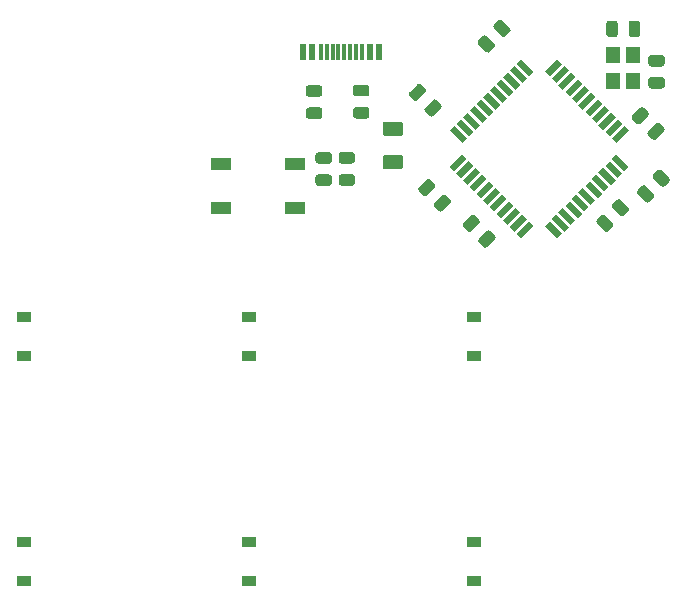
<source format=gbr>
%TF.GenerationSoftware,KiCad,Pcbnew,(5.1.6)-1*%
%TF.CreationDate,2020-07-11T20:12:46-04:00*%
%TF.ProjectId,4x5,3478352e-6b69-4636-9164-5f7063625858,rev?*%
%TF.SameCoordinates,Original*%
%TF.FileFunction,Paste,Top*%
%TF.FilePolarity,Positive*%
%FSLAX46Y46*%
G04 Gerber Fmt 4.6, Leading zero omitted, Abs format (unit mm)*
G04 Created by KiCad (PCBNEW (5.1.6)-1) date 2020-07-11 20:12:46*
%MOMM*%
%LPD*%
G01*
G04 APERTURE LIST*
%ADD10R,0.600000X1.450000*%
%ADD11R,0.300000X1.450000*%
%ADD12R,1.200000X0.900000*%
%ADD13C,0.100000*%
%ADD14R,1.200000X1.400000*%
%ADD15R,1.800000X1.100000*%
G04 APERTURE END LIST*
D10*
%TO.C,USB1*%
X203061100Y-87044600D03*
X209511100Y-87044600D03*
X203836100Y-87044600D03*
X208736100Y-87044600D03*
D11*
X208036100Y-87044600D03*
X204536100Y-87044600D03*
X207536100Y-87044600D03*
X205036100Y-87044600D03*
X207036100Y-87044600D03*
X205536100Y-87044600D03*
X206036100Y-87044600D03*
X206536100Y-87044600D03*
%TD*%
%TO.C,R6*%
G36*
G01*
X208418750Y-90831250D02*
X207506250Y-90831250D01*
G75*
G02*
X207262500Y-90587500I0J243750D01*
G01*
X207262500Y-90100000D01*
G75*
G02*
X207506250Y-89856250I243750J0D01*
G01*
X208418750Y-89856250D01*
G75*
G02*
X208662500Y-90100000I0J-243750D01*
G01*
X208662500Y-90587500D01*
G75*
G02*
X208418750Y-90831250I-243750J0D01*
G01*
G37*
G36*
G01*
X208418750Y-92706250D02*
X207506250Y-92706250D01*
G75*
G02*
X207262500Y-92462500I0J243750D01*
G01*
X207262500Y-91975000D01*
G75*
G02*
X207506250Y-91731250I243750J0D01*
G01*
X208418750Y-91731250D01*
G75*
G02*
X208662500Y-91975000I0J-243750D01*
G01*
X208662500Y-92462500D01*
G75*
G02*
X208418750Y-92706250I-243750J0D01*
G01*
G37*
%TD*%
%TO.C,R5*%
G36*
G01*
X204430950Y-90863000D02*
X203518450Y-90863000D01*
G75*
G02*
X203274700Y-90619250I0J243750D01*
G01*
X203274700Y-90131750D01*
G75*
G02*
X203518450Y-89888000I243750J0D01*
G01*
X204430950Y-89888000D01*
G75*
G02*
X204674700Y-90131750I0J-243750D01*
G01*
X204674700Y-90619250D01*
G75*
G02*
X204430950Y-90863000I-243750J0D01*
G01*
G37*
G36*
G01*
X204430950Y-92738000D02*
X203518450Y-92738000D01*
G75*
G02*
X203274700Y-92494250I0J243750D01*
G01*
X203274700Y-92006750D01*
G75*
G02*
X203518450Y-91763000I243750J0D01*
G01*
X204430950Y-91763000D01*
G75*
G02*
X204674700Y-92006750I0J-243750D01*
G01*
X204674700Y-92494250D01*
G75*
G02*
X204430950Y-92738000I-243750J0D01*
G01*
G37*
%TD*%
%TO.C,F1*%
G36*
G01*
X210029900Y-95758300D02*
X211279900Y-95758300D01*
G75*
G02*
X211529900Y-96008300I0J-250000D01*
G01*
X211529900Y-96758300D01*
G75*
G02*
X211279900Y-97008300I-250000J0D01*
G01*
X210029900Y-97008300D01*
G75*
G02*
X209779900Y-96758300I0J250000D01*
G01*
X209779900Y-96008300D01*
G75*
G02*
X210029900Y-95758300I250000J0D01*
G01*
G37*
G36*
G01*
X210029900Y-92958300D02*
X211279900Y-92958300D01*
G75*
G02*
X211529900Y-93208300I0J-250000D01*
G01*
X211529900Y-93958300D01*
G75*
G02*
X211279900Y-94208300I-250000J0D01*
G01*
X210029900Y-94208300D01*
G75*
G02*
X209779900Y-93958300I0J250000D01*
G01*
X209779900Y-93208300D01*
G75*
G02*
X210029900Y-92958300I250000J0D01*
G01*
G37*
%TD*%
D12*
%TO.C,D6*%
X217487500Y-128587500D03*
X217487500Y-131887500D03*
%TD*%
%TO.C,D5*%
X198437500Y-128587500D03*
X198437500Y-131887500D03*
%TD*%
%TO.C,D4*%
X179387500Y-128525000D03*
X179387500Y-131825000D03*
%TD*%
%TO.C,D3*%
X217487500Y-109475000D03*
X217487500Y-112775000D03*
%TD*%
%TO.C,D2*%
X198437500Y-109537500D03*
X198437500Y-112837500D03*
%TD*%
%TO.C,D1*%
X179387500Y-109537500D03*
X179387500Y-112837500D03*
%TD*%
D13*
%TO.C,U1*%
G36*
X222177544Y-101384152D02*
G01*
X222566452Y-101773060D01*
X221505792Y-102833720D01*
X221116884Y-102444812D01*
X222177544Y-101384152D01*
G37*
G36*
X221611859Y-100818466D02*
G01*
X222000767Y-101207374D01*
X220940107Y-102268034D01*
X220551199Y-101879126D01*
X221611859Y-100818466D01*
G37*
G36*
X221046174Y-100252781D02*
G01*
X221435082Y-100641689D01*
X220374422Y-101702349D01*
X219985514Y-101313441D01*
X221046174Y-100252781D01*
G37*
G36*
X220480488Y-99687096D02*
G01*
X220869396Y-100076004D01*
X219808736Y-101136664D01*
X219419828Y-100747756D01*
X220480488Y-99687096D01*
G37*
G36*
X219914803Y-99121410D02*
G01*
X220303711Y-99510318D01*
X219243051Y-100570978D01*
X218854143Y-100182070D01*
X219914803Y-99121410D01*
G37*
G36*
X219349117Y-98555725D02*
G01*
X219738025Y-98944633D01*
X218677365Y-100005293D01*
X218288457Y-99616385D01*
X219349117Y-98555725D01*
G37*
G36*
X218783432Y-97990039D02*
G01*
X219172340Y-98378947D01*
X218111680Y-99439607D01*
X217722772Y-99050699D01*
X218783432Y-97990039D01*
G37*
G36*
X218217746Y-97424354D02*
G01*
X218606654Y-97813262D01*
X217545994Y-98873922D01*
X217157086Y-98485014D01*
X218217746Y-97424354D01*
G37*
G36*
X217652061Y-96858668D02*
G01*
X218040969Y-97247576D01*
X216980309Y-98308236D01*
X216591401Y-97919328D01*
X217652061Y-96858668D01*
G37*
G36*
X217086376Y-96292983D02*
G01*
X217475284Y-96681891D01*
X216414624Y-97742551D01*
X216025716Y-97353643D01*
X217086376Y-96292983D01*
G37*
G36*
X216520690Y-95727298D02*
G01*
X216909598Y-96116206D01*
X215848938Y-97176866D01*
X215460030Y-96787958D01*
X216520690Y-95727298D01*
G37*
G36*
X216909598Y-94383794D02*
G01*
X216520690Y-94772702D01*
X215460030Y-93712042D01*
X215848938Y-93323134D01*
X216909598Y-94383794D01*
G37*
G36*
X217475284Y-93818109D02*
G01*
X217086376Y-94207017D01*
X216025716Y-93146357D01*
X216414624Y-92757449D01*
X217475284Y-93818109D01*
G37*
G36*
X218040969Y-93252424D02*
G01*
X217652061Y-93641332D01*
X216591401Y-92580672D01*
X216980309Y-92191764D01*
X218040969Y-93252424D01*
G37*
G36*
X218606654Y-92686738D02*
G01*
X218217746Y-93075646D01*
X217157086Y-92014986D01*
X217545994Y-91626078D01*
X218606654Y-92686738D01*
G37*
G36*
X219172340Y-92121053D02*
G01*
X218783432Y-92509961D01*
X217722772Y-91449301D01*
X218111680Y-91060393D01*
X219172340Y-92121053D01*
G37*
G36*
X219738025Y-91555367D02*
G01*
X219349117Y-91944275D01*
X218288457Y-90883615D01*
X218677365Y-90494707D01*
X219738025Y-91555367D01*
G37*
G36*
X220303711Y-90989682D02*
G01*
X219914803Y-91378590D01*
X218854143Y-90317930D01*
X219243051Y-89929022D01*
X220303711Y-90989682D01*
G37*
G36*
X220869396Y-90423996D02*
G01*
X220480488Y-90812904D01*
X219419828Y-89752244D01*
X219808736Y-89363336D01*
X220869396Y-90423996D01*
G37*
G36*
X221435082Y-89858311D02*
G01*
X221046174Y-90247219D01*
X219985514Y-89186559D01*
X220374422Y-88797651D01*
X221435082Y-89858311D01*
G37*
G36*
X222000767Y-89292626D02*
G01*
X221611859Y-89681534D01*
X220551199Y-88620874D01*
X220940107Y-88231966D01*
X222000767Y-89292626D01*
G37*
G36*
X222566452Y-88726940D02*
G01*
X222177544Y-89115848D01*
X221116884Y-88055188D01*
X221505792Y-87666280D01*
X222566452Y-88726940D01*
G37*
G36*
X224581708Y-87666280D02*
G01*
X224970616Y-88055188D01*
X223909956Y-89115848D01*
X223521048Y-88726940D01*
X224581708Y-87666280D01*
G37*
G36*
X225147393Y-88231966D02*
G01*
X225536301Y-88620874D01*
X224475641Y-89681534D01*
X224086733Y-89292626D01*
X225147393Y-88231966D01*
G37*
G36*
X225713078Y-88797651D02*
G01*
X226101986Y-89186559D01*
X225041326Y-90247219D01*
X224652418Y-89858311D01*
X225713078Y-88797651D01*
G37*
G36*
X226278764Y-89363336D02*
G01*
X226667672Y-89752244D01*
X225607012Y-90812904D01*
X225218104Y-90423996D01*
X226278764Y-89363336D01*
G37*
G36*
X226844449Y-89929022D02*
G01*
X227233357Y-90317930D01*
X226172697Y-91378590D01*
X225783789Y-90989682D01*
X226844449Y-89929022D01*
G37*
G36*
X227410135Y-90494707D02*
G01*
X227799043Y-90883615D01*
X226738383Y-91944275D01*
X226349475Y-91555367D01*
X227410135Y-90494707D01*
G37*
G36*
X227975820Y-91060393D02*
G01*
X228364728Y-91449301D01*
X227304068Y-92509961D01*
X226915160Y-92121053D01*
X227975820Y-91060393D01*
G37*
G36*
X228541506Y-91626078D02*
G01*
X228930414Y-92014986D01*
X227869754Y-93075646D01*
X227480846Y-92686738D01*
X228541506Y-91626078D01*
G37*
G36*
X229107191Y-92191764D02*
G01*
X229496099Y-92580672D01*
X228435439Y-93641332D01*
X228046531Y-93252424D01*
X229107191Y-92191764D01*
G37*
G36*
X229672876Y-92757449D02*
G01*
X230061784Y-93146357D01*
X229001124Y-94207017D01*
X228612216Y-93818109D01*
X229672876Y-92757449D01*
G37*
G36*
X230238562Y-93323134D02*
G01*
X230627470Y-93712042D01*
X229566810Y-94772702D01*
X229177902Y-94383794D01*
X230238562Y-93323134D01*
G37*
G36*
X230627470Y-96787958D02*
G01*
X230238562Y-97176866D01*
X229177902Y-96116206D01*
X229566810Y-95727298D01*
X230627470Y-96787958D01*
G37*
G36*
X230061784Y-97353643D02*
G01*
X229672876Y-97742551D01*
X228612216Y-96681891D01*
X229001124Y-96292983D01*
X230061784Y-97353643D01*
G37*
G36*
X229496099Y-97919328D02*
G01*
X229107191Y-98308236D01*
X228046531Y-97247576D01*
X228435439Y-96858668D01*
X229496099Y-97919328D01*
G37*
G36*
X228930414Y-98485014D02*
G01*
X228541506Y-98873922D01*
X227480846Y-97813262D01*
X227869754Y-97424354D01*
X228930414Y-98485014D01*
G37*
G36*
X228364728Y-99050699D02*
G01*
X227975820Y-99439607D01*
X226915160Y-98378947D01*
X227304068Y-97990039D01*
X228364728Y-99050699D01*
G37*
G36*
X227799043Y-99616385D02*
G01*
X227410135Y-100005293D01*
X226349475Y-98944633D01*
X226738383Y-98555725D01*
X227799043Y-99616385D01*
G37*
G36*
X227233357Y-100182070D02*
G01*
X226844449Y-100570978D01*
X225783789Y-99510318D01*
X226172697Y-99121410D01*
X227233357Y-100182070D01*
G37*
G36*
X226667672Y-100747756D02*
G01*
X226278764Y-101136664D01*
X225218104Y-100076004D01*
X225607012Y-99687096D01*
X226667672Y-100747756D01*
G37*
G36*
X226101986Y-101313441D02*
G01*
X225713078Y-101702349D01*
X224652418Y-100641689D01*
X225041326Y-100252781D01*
X226101986Y-101313441D01*
G37*
G36*
X225536301Y-101879126D02*
G01*
X225147393Y-102268034D01*
X224086733Y-101207374D01*
X224475641Y-100818466D01*
X225536301Y-101879126D01*
G37*
G36*
X224970616Y-102444812D02*
G01*
X224581708Y-102833720D01*
X223521048Y-101773060D01*
X223909956Y-101384152D01*
X224970616Y-102444812D01*
G37*
%TD*%
D14*
%TO.C,Y1*%
X230981250Y-87312500D03*
X230981250Y-89512500D03*
X229281250Y-89512500D03*
X229281250Y-87312500D03*
%TD*%
D15*
%TO.C,SW1*%
X202331250Y-96575000D03*
X196131250Y-100275000D03*
X202331250Y-100275000D03*
X196131250Y-96575000D03*
%TD*%
%TO.C,R4*%
G36*
G01*
X232071684Y-98420581D02*
X232716919Y-99065816D01*
G75*
G02*
X232716919Y-99410530I-172357J-172357D01*
G01*
X232372204Y-99755245D01*
G75*
G02*
X232027490Y-99755245I-172357J172357D01*
G01*
X231382255Y-99110010D01*
G75*
G02*
X231382255Y-98765296I172357J172357D01*
G01*
X231726970Y-98420581D01*
G75*
G02*
X232071684Y-98420581I172357J-172357D01*
G01*
G37*
G36*
G01*
X233397510Y-97094755D02*
X234042745Y-97739990D01*
G75*
G02*
X234042745Y-98084704I-172357J-172357D01*
G01*
X233698030Y-98429419D01*
G75*
G02*
X233353316Y-98429419I-172357J172357D01*
G01*
X232708081Y-97784184D01*
G75*
G02*
X232708081Y-97439470I172357J172357D01*
G01*
X233052796Y-97094755D01*
G75*
G02*
X233397510Y-97094755I172357J-172357D01*
G01*
G37*
%TD*%
%TO.C,R3*%
G36*
G01*
X205243750Y-96531250D02*
X204331250Y-96531250D01*
G75*
G02*
X204087500Y-96287500I0J243750D01*
G01*
X204087500Y-95800000D01*
G75*
G02*
X204331250Y-95556250I243750J0D01*
G01*
X205243750Y-95556250D01*
G75*
G02*
X205487500Y-95800000I0J-243750D01*
G01*
X205487500Y-96287500D01*
G75*
G02*
X205243750Y-96531250I-243750J0D01*
G01*
G37*
G36*
G01*
X205243750Y-98406250D02*
X204331250Y-98406250D01*
G75*
G02*
X204087500Y-98162500I0J243750D01*
G01*
X204087500Y-97675000D01*
G75*
G02*
X204331250Y-97431250I243750J0D01*
G01*
X205243750Y-97431250D01*
G75*
G02*
X205487500Y-97675000I0J-243750D01*
G01*
X205487500Y-98162500D01*
G75*
G02*
X205243750Y-98406250I-243750J0D01*
G01*
G37*
%TD*%
%TO.C,R2*%
G36*
G01*
X207199550Y-96516800D02*
X206287050Y-96516800D01*
G75*
G02*
X206043300Y-96273050I0J243750D01*
G01*
X206043300Y-95785550D01*
G75*
G02*
X206287050Y-95541800I243750J0D01*
G01*
X207199550Y-95541800D01*
G75*
G02*
X207443300Y-95785550I0J-243750D01*
G01*
X207443300Y-96273050D01*
G75*
G02*
X207199550Y-96516800I-243750J0D01*
G01*
G37*
G36*
G01*
X207199550Y-98391800D02*
X206287050Y-98391800D01*
G75*
G02*
X206043300Y-98148050I0J243750D01*
G01*
X206043300Y-97660550D01*
G75*
G02*
X206287050Y-97416800I243750J0D01*
G01*
X207199550Y-97416800D01*
G75*
G02*
X207443300Y-97660550I0J-243750D01*
G01*
X207443300Y-98148050D01*
G75*
G02*
X207199550Y-98391800I-243750J0D01*
G01*
G37*
%TD*%
%TO.C,R1*%
G36*
G01*
X213383494Y-91791229D02*
X214028729Y-91145994D01*
G75*
G02*
X214373443Y-91145994I172357J-172357D01*
G01*
X214718158Y-91490709D01*
G75*
G02*
X214718158Y-91835423I-172357J-172357D01*
G01*
X214072923Y-92480658D01*
G75*
G02*
X213728209Y-92480658I-172357J172357D01*
G01*
X213383494Y-92135943D01*
G75*
G02*
X213383494Y-91791229I172357J172357D01*
G01*
G37*
G36*
G01*
X212057668Y-90465403D02*
X212702903Y-89820168D01*
G75*
G02*
X213047617Y-89820168I172357J-172357D01*
G01*
X213392332Y-90164883D01*
G75*
G02*
X213392332Y-90509597I-172357J-172357D01*
G01*
X212747097Y-91154832D01*
G75*
G02*
X212402383Y-91154832I-172357J172357D01*
G01*
X212057668Y-90810117D01*
G75*
G02*
X212057668Y-90465403I172357J172357D01*
G01*
G37*
%TD*%
%TO.C,C7*%
G36*
G01*
X217946606Y-101604371D02*
X217301371Y-102249606D01*
G75*
G02*
X216956657Y-102249606I-172357J172357D01*
G01*
X216611942Y-101904891D01*
G75*
G02*
X216611942Y-101560177I172357J172357D01*
G01*
X217257177Y-100914942D01*
G75*
G02*
X217601891Y-100914942I172357J-172357D01*
G01*
X217946606Y-101259657D01*
G75*
G02*
X217946606Y-101604371I-172357J-172357D01*
G01*
G37*
G36*
G01*
X219272432Y-102930197D02*
X218627197Y-103575432D01*
G75*
G02*
X218282483Y-103575432I-172357J172357D01*
G01*
X217937768Y-103230717D01*
G75*
G02*
X217937768Y-102886003I172357J172357D01*
G01*
X218583003Y-102240768D01*
G75*
G02*
X218927717Y-102240768I172357J-172357D01*
G01*
X219272432Y-102585483D01*
G75*
G02*
X219272432Y-102930197I-172357J-172357D01*
G01*
G37*
%TD*%
%TO.C,C6*%
G36*
G01*
X219859566Y-85729419D02*
X219214331Y-85084184D01*
G75*
G02*
X219214331Y-84739470I172357J172357D01*
G01*
X219559046Y-84394755D01*
G75*
G02*
X219903760Y-84394755I172357J-172357D01*
G01*
X220548995Y-85039990D01*
G75*
G02*
X220548995Y-85384704I-172357J-172357D01*
G01*
X220204280Y-85729419D01*
G75*
G02*
X219859566Y-85729419I-172357J172357D01*
G01*
G37*
G36*
G01*
X218533740Y-87055245D02*
X217888505Y-86410010D01*
G75*
G02*
X217888505Y-86065296I172357J172357D01*
G01*
X218233220Y-85720581D01*
G75*
G02*
X218577934Y-85720581I172357J-172357D01*
G01*
X219223169Y-86365816D01*
G75*
G02*
X219223169Y-86710530I-172357J-172357D01*
G01*
X218878454Y-87055245D01*
G75*
G02*
X218533740Y-87055245I-172357J172357D01*
G01*
G37*
%TD*%
%TO.C,C5*%
G36*
G01*
X214170894Y-99843029D02*
X214816129Y-99197794D01*
G75*
G02*
X215160843Y-99197794I172357J-172357D01*
G01*
X215505558Y-99542509D01*
G75*
G02*
X215505558Y-99887223I-172357J-172357D01*
G01*
X214860323Y-100532458D01*
G75*
G02*
X214515609Y-100532458I-172357J172357D01*
G01*
X214170894Y-100187743D01*
G75*
G02*
X214170894Y-99843029I172357J172357D01*
G01*
G37*
G36*
G01*
X212845068Y-98517203D02*
X213490303Y-97871968D01*
G75*
G02*
X213835017Y-97871968I172357J-172357D01*
G01*
X214179732Y-98216683D01*
G75*
G02*
X214179732Y-98561397I-172357J-172357D01*
G01*
X213534497Y-99206632D01*
G75*
G02*
X213189783Y-99206632I-172357J172357D01*
G01*
X212845068Y-98861917D01*
G75*
G02*
X212845068Y-98517203I172357J172357D01*
G01*
G37*
%TD*%
%TO.C,C4*%
G36*
G01*
X232253181Y-93769916D02*
X232898416Y-93124681D01*
G75*
G02*
X233243130Y-93124681I172357J-172357D01*
G01*
X233587845Y-93469396D01*
G75*
G02*
X233587845Y-93814110I-172357J-172357D01*
G01*
X232942610Y-94459345D01*
G75*
G02*
X232597896Y-94459345I-172357J172357D01*
G01*
X232253181Y-94114630D01*
G75*
G02*
X232253181Y-93769916I172357J172357D01*
G01*
G37*
G36*
G01*
X230927355Y-92444090D02*
X231572590Y-91798855D01*
G75*
G02*
X231917304Y-91798855I172357J-172357D01*
G01*
X232262019Y-92143570D01*
G75*
G02*
X232262019Y-92488284I-172357J-172357D01*
G01*
X231616784Y-93133519D01*
G75*
G02*
X231272070Y-93133519I-172357J172357D01*
G01*
X230927355Y-92788804D01*
G75*
G02*
X230927355Y-92444090I172357J172357D01*
G01*
G37*
%TD*%
%TO.C,C3*%
G36*
G01*
X233425050Y-88299900D02*
X232512550Y-88299900D01*
G75*
G02*
X232268800Y-88056150I0J243750D01*
G01*
X232268800Y-87568650D01*
G75*
G02*
X232512550Y-87324900I243750J0D01*
G01*
X233425050Y-87324900D01*
G75*
G02*
X233668800Y-87568650I0J-243750D01*
G01*
X233668800Y-88056150D01*
G75*
G02*
X233425050Y-88299900I-243750J0D01*
G01*
G37*
G36*
G01*
X233425050Y-90174900D02*
X232512550Y-90174900D01*
G75*
G02*
X232268800Y-89931150I0J243750D01*
G01*
X232268800Y-89443650D01*
G75*
G02*
X232512550Y-89199900I243750J0D01*
G01*
X233425050Y-89199900D01*
G75*
G02*
X233668800Y-89443650I0J-243750D01*
G01*
X233668800Y-89931150D01*
G75*
G02*
X233425050Y-90174900I-243750J0D01*
G01*
G37*
%TD*%
%TO.C,C2*%
G36*
G01*
X230597100Y-85571650D02*
X230597100Y-84659150D01*
G75*
G02*
X230840850Y-84415400I243750J0D01*
G01*
X231328350Y-84415400D01*
G75*
G02*
X231572100Y-84659150I0J-243750D01*
G01*
X231572100Y-85571650D01*
G75*
G02*
X231328350Y-85815400I-243750J0D01*
G01*
X230840850Y-85815400D01*
G75*
G02*
X230597100Y-85571650I0J243750D01*
G01*
G37*
G36*
G01*
X228722100Y-85571650D02*
X228722100Y-84659150D01*
G75*
G02*
X228965850Y-84415400I243750J0D01*
G01*
X229453350Y-84415400D01*
G75*
G02*
X229697100Y-84659150I0J-243750D01*
G01*
X229697100Y-85571650D01*
G75*
G02*
X229453350Y-85815400I-243750J0D01*
G01*
X228965850Y-85815400D01*
G75*
G02*
X228722100Y-85571650I0J243750D01*
G01*
G37*
%TD*%
%TO.C,C1*%
G36*
G01*
X228619584Y-100909781D02*
X229264819Y-101555016D01*
G75*
G02*
X229264819Y-101899730I-172357J-172357D01*
G01*
X228920104Y-102244445D01*
G75*
G02*
X228575390Y-102244445I-172357J172357D01*
G01*
X227930155Y-101599210D01*
G75*
G02*
X227930155Y-101254496I172357J172357D01*
G01*
X228274870Y-100909781D01*
G75*
G02*
X228619584Y-100909781I172357J-172357D01*
G01*
G37*
G36*
G01*
X229945410Y-99583955D02*
X230590645Y-100229190D01*
G75*
G02*
X230590645Y-100573904I-172357J-172357D01*
G01*
X230245930Y-100918619D01*
G75*
G02*
X229901216Y-100918619I-172357J172357D01*
G01*
X229255981Y-100273384D01*
G75*
G02*
X229255981Y-99928670I172357J172357D01*
G01*
X229600696Y-99583955D01*
G75*
G02*
X229945410Y-99583955I172357J-172357D01*
G01*
G37*
%TD*%
M02*

</source>
